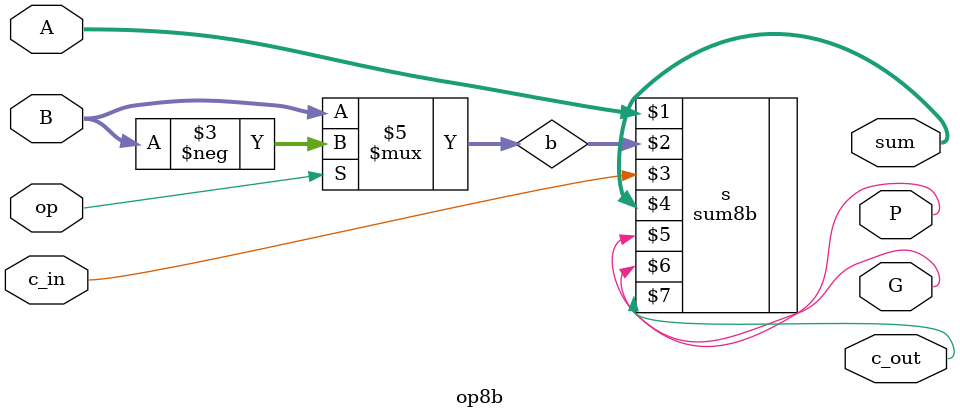
<source format=v>
`timescale 1ns / 1ps


module op8b(
    input[7:0] A, B,
    input c_in,
    input op,
    output[7:0] sum,
    output P, G,
    output c_out
    );
    
    reg [7:0] b;
    
    always @* begin
        if (op == 0)
            b = B;
        else
            b = -B;
    end
    
    sum8b s(A, b, c_in, sum, P, G, c_out);
endmodule

</source>
